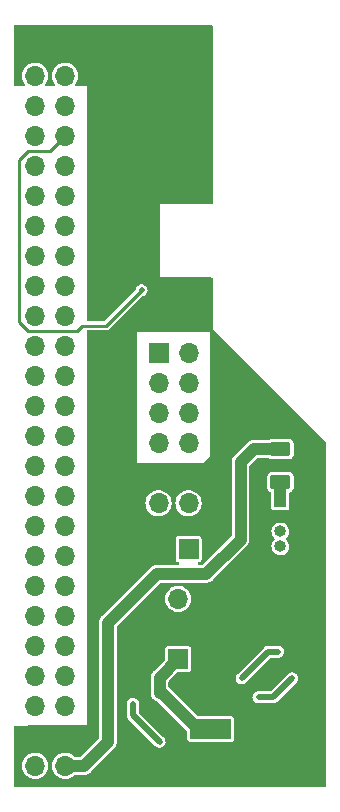
<source format=gbr>
%TF.GenerationSoftware,KiCad,Pcbnew,(6.0.4)*%
%TF.CreationDate,2023-05-23T13:29:09+09:00*%
%TF.ProjectId,BajieHeader,42616a69-6548-4656-9164-65722e6b6963,rev?*%
%TF.SameCoordinates,Original*%
%TF.FileFunction,Copper,L2,Bot*%
%TF.FilePolarity,Positive*%
%FSLAX46Y46*%
G04 Gerber Fmt 4.6, Leading zero omitted, Abs format (unit mm)*
G04 Created by KiCad (PCBNEW (6.0.4)) date 2023-05-23 13:29:09*
%MOMM*%
%LPD*%
G01*
G04 APERTURE LIST*
G04 Aperture macros list*
%AMRoundRect*
0 Rectangle with rounded corners*
0 $1 Rounding radius*
0 $2 $3 $4 $5 $6 $7 $8 $9 X,Y pos of 4 corners*
0 Add a 4 corners polygon primitive as box body*
4,1,4,$2,$3,$4,$5,$6,$7,$8,$9,$2,$3,0*
0 Add four circle primitives for the rounded corners*
1,1,$1+$1,$2,$3*
1,1,$1+$1,$4,$5*
1,1,$1+$1,$6,$7*
1,1,$1+$1,$8,$9*
0 Add four rect primitives between the rounded corners*
20,1,$1+$1,$2,$3,$4,$5,0*
20,1,$1+$1,$4,$5,$6,$7,0*
20,1,$1+$1,$6,$7,$8,$9,0*
20,1,$1+$1,$8,$9,$2,$3,0*%
G04 Aperture macros list end*
%TA.AperFunction,ComponentPad*%
%ADD10R,1.700000X1.700000*%
%TD*%
%TA.AperFunction,ComponentPad*%
%ADD11O,1.700000X1.700000*%
%TD*%
%TA.AperFunction,ComponentPad*%
%ADD12R,1.000000X1.000000*%
%TD*%
%TA.AperFunction,ComponentPad*%
%ADD13O,1.000000X1.000000*%
%TD*%
%TA.AperFunction,ComponentPad*%
%ADD14C,2.600000*%
%TD*%
%TA.AperFunction,ConnectorPad*%
%ADD15C,3.500000*%
%TD*%
%TA.AperFunction,SMDPad,CuDef*%
%ADD16RoundRect,0.250000X-0.625000X0.375000X-0.625000X-0.375000X0.625000X-0.375000X0.625000X0.375000X0*%
%TD*%
%TA.AperFunction,SMDPad,CuDef*%
%ADD17RoundRect,0.140000X0.219203X0.021213X0.021213X0.219203X-0.219203X-0.021213X-0.021213X-0.219203X0*%
%TD*%
%TA.AperFunction,SMDPad,CuDef*%
%ADD18RoundRect,0.225000X0.250000X-0.225000X0.250000X0.225000X-0.250000X0.225000X-0.250000X-0.225000X0*%
%TD*%
%TA.AperFunction,SMDPad,CuDef*%
%ADD19RoundRect,0.140000X-0.170000X0.140000X-0.170000X-0.140000X0.170000X-0.140000X0.170000X0.140000X0*%
%TD*%
%TA.AperFunction,ViaPad*%
%ADD20C,0.500000*%
%TD*%
%TA.AperFunction,ViaPad*%
%ADD21C,0.800000*%
%TD*%
%TA.AperFunction,Conductor*%
%ADD22C,1.000000*%
%TD*%
%TA.AperFunction,Conductor*%
%ADD23C,0.250000*%
%TD*%
%TA.AperFunction,Conductor*%
%ADD24C,0.500000*%
%TD*%
G04 APERTURE END LIST*
D10*
%TO.P,J1,1,Pin_1*%
%TO.N,GND*%
X78735000Y-57155000D03*
D11*
%TO.P,J1,2,Pin_2*%
X81275000Y-57155000D03*
%TO.P,J1,3,Pin_3*%
%TO.N,+2V5*%
X78735000Y-59695000D03*
%TO.P,J1,4,Pin_4*%
X81275000Y-59695000D03*
%TO.P,J1,5,Pin_5*%
%TO.N,/P20*%
X78735000Y-62235000D03*
%TO.P,J1,6,Pin_6*%
%TO.N,/N20*%
X81275000Y-62235000D03*
%TO.P,J1,7,Pin_7*%
%TO.N,/T19*%
X78735000Y-64775000D03*
%TO.P,J1,8,Pin_8*%
%TO.N,/R19*%
X81275000Y-64775000D03*
%TO.P,J1,9,Pin_9*%
%TO.N,/DB1N*%
X78735000Y-67315000D03*
%TO.P,J1,10,Pin_10*%
%TO.N,/DB1P*%
X81275000Y-67315000D03*
%TO.P,J1,11,Pin_11*%
%TO.N,/DB0N*%
X78735000Y-69855000D03*
%TO.P,J1,12,Pin_12*%
%TO.N,/DB0P*%
X81275000Y-69855000D03*
%TO.P,J1,13,Pin_13*%
%TO.N,/FCLKN*%
X78735000Y-72395000D03*
%TO.P,J1,14,Pin_14*%
%TO.N,/FCLKP*%
X81275000Y-72395000D03*
%TO.P,J1,15,Pin_15*%
%TO.N,/DCLKP*%
X78735000Y-74935000D03*
%TO.P,J1,16,Pin_16*%
%TO.N,/DCLKN*%
X81275000Y-74935000D03*
%TO.P,J1,17,Pin_17*%
%TO.N,/DA1P*%
X78735000Y-77475000D03*
%TO.P,J1,18,Pin_18*%
%TO.N,/DA1N*%
X81275000Y-77475000D03*
%TO.P,J1,19,Pin_19*%
%TO.N,/DA0P*%
X78735000Y-80015000D03*
%TO.P,J1,20,Pin_20*%
%TO.N,/DA0N*%
X81275000Y-80015000D03*
%TO.P,J1,21,Pin_21*%
%TO.N,/U18*%
X78735000Y-82555000D03*
%TO.P,J1,22,Pin_22*%
%TO.N,/U19*%
X81275000Y-82555000D03*
%TO.P,J1,23,Pin_23*%
%TO.N,/W18*%
X78735000Y-85095000D03*
%TO.P,J1,24,Pin_24*%
%TO.N,/W19*%
X81275000Y-85095000D03*
%TO.P,J1,25,Pin_25*%
%TO.N,/V17*%
X78735000Y-87635000D03*
%TO.P,J1,26,Pin_26*%
%TO.N,/V18*%
X81275000Y-87635000D03*
%TO.P,J1,27,Pin_27*%
%TO.N,/V16*%
X78735000Y-90175000D03*
%TO.P,J1,28,Pin_28*%
%TO.N,/W16*%
X81275000Y-90175000D03*
%TO.P,J1,29,Pin_29*%
%TO.N,/V15*%
X78735000Y-92715000D03*
%TO.P,J1,30,Pin_30*%
%TO.N,/W15*%
X81275000Y-92715000D03*
%TO.P,J1,31,Pin_31*%
%TO.N,/Y18*%
X78735000Y-95255000D03*
%TO.P,J1,32,Pin_32*%
%TO.N,/Y19*%
X81275000Y-95255000D03*
%TO.P,J1,33,Pin_33*%
%TO.N,/Y16*%
X78735000Y-97795000D03*
%TO.P,J1,34,Pin_34*%
%TO.N,/Y17*%
X81275000Y-97795000D03*
%TO.P,J1,35,Pin_35*%
%TO.N,/W14*%
X78735000Y-100335000D03*
%TO.P,J1,36,Pin_36*%
%TO.N,/Y14*%
X81275000Y-100335000D03*
%TO.P,J1,37,Pin_37*%
%TO.N,/T14*%
X78735000Y-102875000D03*
%TO.P,J1,38,Pin_38*%
%TO.N,/T15*%
X81275000Y-102875000D03*
%TO.P,J1,39,Pin_39*%
%TO.N,/P14*%
X78735000Y-105415000D03*
%TO.P,J1,40,Pin_40*%
%TO.N,/U14*%
X81275000Y-105415000D03*
%TO.P,J1,41,Pin_41*%
%TO.N,/V12*%
X78735000Y-107955000D03*
%TO.P,J1,42,Pin_42*%
%TO.N,/W13*%
X81275000Y-107955000D03*
%TO.P,J1,43,Pin_43*%
%TO.N,/T12*%
X78735000Y-110495000D03*
%TO.P,J1,44,Pin_44*%
%TO.N,/U12*%
X81275000Y-110495000D03*
%TO.P,J1,45,Pin_45*%
%TO.N,/T10*%
X78735000Y-113035000D03*
%TO.P,J1,46,Pin_46*%
%TO.N,/T11*%
X81275000Y-113035000D03*
%TO.P,J1,47,Pin_47*%
%TO.N,GND*%
X78735000Y-115575000D03*
%TO.P,J1,48,Pin_48*%
X81275000Y-115575000D03*
%TO.P,J1,49,Pin_49*%
%TO.N,+5V*%
X78735000Y-118115000D03*
%TO.P,J1,50,Pin_50*%
X81275000Y-118115000D03*
%TD*%
D10*
%TO.P,J7,1,Pin_1*%
%TO.N,+12V*%
X90855800Y-109067600D03*
D11*
%TO.P,J7,2,Pin_2*%
%TO.N,GND*%
X90855800Y-106527600D03*
%TO.P,J7,3,Pin_3*%
%TO.N,+3V8*%
X90855800Y-103987600D03*
%TD*%
D12*
%TO.P,J6,1,Pin_1*%
%TO.N,Net-(F1-Pad2)*%
X99517200Y-95732600D03*
D13*
%TO.P,J6,2,Pin_2*%
%TO.N,GND*%
X99517200Y-97002600D03*
%TO.P,J6,3,Pin_3*%
%TO.N,Net-(J6-Pad3)*%
X99517200Y-98272600D03*
%TO.P,J6,4,Pin_4*%
%TO.N,Net-(J6-Pad4)*%
X99517200Y-99542600D03*
%TD*%
D14*
%TO.P,H2,1,1*%
%TO.N,GND*%
X99771200Y-117221000D03*
D15*
X99771200Y-117221000D03*
%TD*%
D10*
%TO.P,J3,1,Pin_1*%
%TO.N,/F19*%
X89199800Y-83185000D03*
D11*
%TO.P,J3,2,Pin_2*%
%TO.N,/F20*%
X91739800Y-83185000D03*
%TO.P,J3,3,Pin_3*%
%TO.N,/CAN_R*%
X89199800Y-85725000D03*
%TO.P,J3,4,Pin_4*%
%TO.N,/CAN_T*%
X91739800Y-85725000D03*
%TO.P,J3,5,Pin_5*%
%TO.N,/H18*%
X89199800Y-88265000D03*
%TO.P,J3,6,Pin_6*%
%TO.N,/H20*%
X91739800Y-88265000D03*
%TO.P,J3,7,Pin_7*%
%TO.N,/J19*%
X89199800Y-90805000D03*
%TO.P,J3,8,Pin_8*%
%TO.N,/J20*%
X91739800Y-90805000D03*
%TO.P,J3,9,Pin_9*%
%TO.N,GND*%
X89199800Y-93345000D03*
%TO.P,J3,10,Pin_10*%
X91739800Y-93345000D03*
%TO.P,J3,11,Pin_11*%
%TO.N,+3V3*%
X89199800Y-95885000D03*
%TO.P,J3,12,Pin_12*%
X91739800Y-95885000D03*
%TD*%
D15*
%TO.P,H1,1,1*%
%TO.N,GND*%
X89433400Y-58902600D03*
D14*
X89433400Y-58902600D03*
%TD*%
D10*
%TO.P,J5,1,Pin_1*%
%TO.N,+3V3*%
X91744800Y-99745800D03*
D11*
%TO.P,J5,2,Pin_2*%
%TO.N,GND*%
X89204800Y-99745800D03*
%TD*%
D10*
%TO.P,J4,1,Pin_1*%
%TO.N,+12V*%
X94462600Y-115011200D03*
D11*
%TO.P,J4,2,Pin_2*%
%TO.N,GND*%
X94462600Y-117551200D03*
%TD*%
D16*
%TO.P,F1,1*%
%TO.N,+5V*%
X99517200Y-91284600D03*
%TO.P,F1,2*%
%TO.N,Net-(F1-Pad2)*%
X99517200Y-94084600D03*
%TD*%
D17*
%TO.P,C1,1*%
%TO.N,+5V*%
X84057811Y-116671411D03*
%TO.P,C1,2*%
%TO.N,GND*%
X83378989Y-115992589D03*
%TD*%
D18*
%TO.P,C2,1*%
%TO.N,GND*%
X92329000Y-116929200D03*
%TO.P,C2,2*%
%TO.N,+12V*%
X92329000Y-115379200D03*
%TD*%
D19*
%TO.P,C13,1*%
%TO.N,+5V*%
X97840800Y-91493400D03*
%TO.P,C13,2*%
%TO.N,GND*%
X97840800Y-92453400D03*
%TD*%
D20*
%TO.N,GND*%
X91262200Y-115849400D03*
X92964000Y-102870000D03*
X89484200Y-102870000D03*
X97459800Y-92532200D03*
X84505800Y-80213200D03*
X94615000Y-87757000D03*
X96951800Y-90322400D03*
X97434400Y-94386400D03*
X95783400Y-107238800D03*
X91871800Y-117373400D03*
X100126800Y-114020600D03*
X87604600Y-115468400D03*
X85902800Y-116001800D03*
X85902800Y-110337600D03*
X85902800Y-111912400D03*
D21*
%TO.N,+5V*%
X98729800Y-91389200D03*
D20*
%TO.N,GND*%
X88646000Y-69240400D03*
X84455000Y-65049400D03*
X83362800Y-81483200D03*
X93548200Y-70281800D03*
X91694000Y-69392800D03*
X89433400Y-70307200D03*
X85191600Y-117246400D03*
X95072200Y-106400600D03*
X91694000Y-80086200D03*
X95072200Y-108102400D03*
X88595200Y-67081400D03*
X86512400Y-117246400D03*
X96951800Y-108915200D03*
X100076000Y-89738200D03*
X91795600Y-112090200D03*
X91694000Y-67081400D03*
X89433400Y-77012800D03*
X96316800Y-106146600D03*
X88595200Y-78562200D03*
X99415600Y-113258600D03*
X91694000Y-77927200D03*
X88341200Y-113614200D03*
X93548200Y-77012800D03*
X98602800Y-109778800D03*
X86461600Y-114376200D03*
X88595200Y-80086200D03*
%TO.N,/R19*%
X87757000Y-77851000D03*
%TO.N,Net-(C6-Pad1)*%
X87020401Y-112854199D03*
X89281000Y-116075299D03*
%TO.N,Net-(C7-Pad1)*%
X96240600Y-110718600D03*
X99314000Y-108458000D03*
%TO.N,+12V*%
X89281000Y-111937800D03*
X100507800Y-110718600D03*
X97663000Y-112318800D03*
%TD*%
D22*
%TO.N,+5V*%
X97259600Y-91284600D02*
X99517200Y-91284600D01*
X96139000Y-92405200D02*
X97259600Y-91284600D01*
X96139000Y-98958400D02*
X96139000Y-92405200D01*
X84886800Y-106019600D02*
X89052400Y-101854000D01*
X84886800Y-116128800D02*
X84886800Y-106019600D01*
X89052400Y-101854000D02*
X93243400Y-101854000D01*
X82900600Y-118115000D02*
X84886800Y-116128800D01*
X81275000Y-118115000D02*
X82900600Y-118115000D01*
X93243400Y-101854000D02*
X96139000Y-98958400D01*
D23*
%TO.N,/R19*%
X80010000Y-66040000D02*
X81275000Y-64775000D01*
X77393800Y-66827400D02*
X78181200Y-66040000D01*
X78130400Y-81280000D02*
X77393800Y-80543400D01*
X78181200Y-66040000D02*
X80010000Y-66040000D01*
X82270600Y-81280000D02*
X78130400Y-81280000D01*
X84759800Y-80848200D02*
X82702400Y-80848200D01*
X77393800Y-80543400D02*
X77393800Y-66827400D01*
X87757000Y-77851000D02*
X84759800Y-80848200D01*
X82702400Y-80848200D02*
X82270600Y-81280000D01*
D22*
%TO.N,+12V*%
X89281000Y-110642400D02*
X90855800Y-109067600D01*
X89281000Y-111937800D02*
X89281000Y-110642400D01*
X92532200Y-115011200D02*
X94462600Y-115011200D01*
X89458800Y-111937800D02*
X92532200Y-115011200D01*
X89281000Y-111937800D02*
X89458800Y-111937800D01*
D24*
X98907600Y-112318800D02*
X97663000Y-112318800D01*
X100507800Y-110718600D02*
X98907600Y-112318800D01*
%TO.N,+5V*%
X97840800Y-91493400D02*
X99308400Y-91493400D01*
X99308400Y-91493400D02*
X99517200Y-91284600D01*
%TO.N,Net-(C6-Pad1)*%
X89281000Y-116075299D02*
X87020401Y-113814700D01*
X87020401Y-113814700D02*
X87020401Y-112854199D01*
%TO.N,Net-(C7-Pad1)*%
X99314000Y-108458000D02*
X98501200Y-108458000D01*
X98501200Y-108458000D02*
X96240600Y-110718600D01*
D22*
%TO.N,Net-(F1-Pad2)*%
X99517200Y-95732600D02*
X99517200Y-94084600D01*
%TD*%
%TA.AperFunction,Conductor*%
%TO.N,+12V*%
G36*
X95242921Y-114193002D02*
G01*
X95289414Y-114246658D01*
X95300800Y-114299000D01*
X95300800Y-115723400D01*
X95280798Y-115791521D01*
X95227142Y-115838014D01*
X95174800Y-115849400D01*
X91972400Y-115849400D01*
X91904279Y-115829398D01*
X91857786Y-115775742D01*
X91846400Y-115723400D01*
X91846400Y-114299000D01*
X91866402Y-114230879D01*
X91920058Y-114184386D01*
X91972400Y-114173000D01*
X95174800Y-114173000D01*
X95242921Y-114193002D01*
G37*
%TD.AperFunction*%
%TD*%
%TA.AperFunction,Conductor*%
%TO.N,GND*%
G36*
X93743821Y-55392502D02*
G01*
X93790314Y-55446158D01*
X93801700Y-55498500D01*
X93801700Y-70435200D01*
X93781698Y-70503321D01*
X93728042Y-70549814D01*
X93675700Y-70561200D01*
X89281000Y-70561200D01*
X89281000Y-76758800D01*
X93675700Y-76758800D01*
X93743821Y-76778802D01*
X93790314Y-76832458D01*
X93801700Y-76884800D01*
X93801700Y-80988275D01*
X93799246Y-81013019D01*
X93796715Y-81025656D01*
X93801700Y-81050893D01*
X93801700Y-81051067D01*
X93801798Y-81051561D01*
X93801799Y-81051566D01*
X93806606Y-81075734D01*
X93806639Y-81075897D01*
X93813892Y-81112614D01*
X93816335Y-81124984D01*
X93816432Y-81125129D01*
X93816466Y-81125301D01*
X93823380Y-81135648D01*
X93823381Y-81135651D01*
X93844417Y-81167132D01*
X93844509Y-81167271D01*
X93858024Y-81187555D01*
X93858302Y-81187972D01*
X93858423Y-81188093D01*
X93872716Y-81209484D01*
X93883032Y-81216377D01*
X93883436Y-81216647D01*
X93902647Y-81232434D01*
X103340402Y-90695223D01*
X103340713Y-90695535D01*
X103374656Y-90757892D01*
X103377500Y-90784512D01*
X103377500Y-119761500D01*
X103357498Y-119829621D01*
X103303842Y-119876114D01*
X103251500Y-119887500D01*
X77088500Y-119887500D01*
X77020379Y-119867498D01*
X76973886Y-119813842D01*
X76962500Y-119761500D01*
X76962500Y-118085964D01*
X77626148Y-118085964D01*
X77639424Y-118288522D01*
X77640845Y-118294118D01*
X77640846Y-118294123D01*
X77661119Y-118373945D01*
X77689392Y-118485269D01*
X77691809Y-118490512D01*
X77729010Y-118571208D01*
X77774377Y-118669616D01*
X77794271Y-118697766D01*
X77887358Y-118829481D01*
X77891533Y-118835389D01*
X77895675Y-118839424D01*
X77931347Y-118874174D01*
X78036938Y-118977035D01*
X78205720Y-119089812D01*
X78211023Y-119092090D01*
X78211026Y-119092092D01*
X78299707Y-119130192D01*
X78392228Y-119169942D01*
X78465244Y-119186464D01*
X78584579Y-119213467D01*
X78584584Y-119213468D01*
X78590216Y-119214742D01*
X78595987Y-119214969D01*
X78595989Y-119214969D01*
X78655756Y-119217317D01*
X78793053Y-119222712D01*
X78893499Y-119208148D01*
X78988231Y-119194413D01*
X78988236Y-119194412D01*
X78993945Y-119193584D01*
X78999409Y-119191729D01*
X78999414Y-119191728D01*
X79180693Y-119130192D01*
X79180698Y-119130190D01*
X79186165Y-119128334D01*
X79363276Y-119029147D01*
X79425934Y-118977035D01*
X79514913Y-118903031D01*
X79519345Y-118899345D01*
X79602471Y-118799398D01*
X79645453Y-118747718D01*
X79645455Y-118747715D01*
X79649147Y-118743276D01*
X79748334Y-118566165D01*
X79750190Y-118560698D01*
X79750192Y-118560693D01*
X79811728Y-118379414D01*
X79811729Y-118379409D01*
X79813584Y-118373945D01*
X79814412Y-118368236D01*
X79814413Y-118368231D01*
X79842179Y-118176727D01*
X79842712Y-118173053D01*
X79844232Y-118115000D01*
X79841564Y-118085964D01*
X80166148Y-118085964D01*
X80179424Y-118288522D01*
X80180845Y-118294118D01*
X80180846Y-118294123D01*
X80201119Y-118373945D01*
X80229392Y-118485269D01*
X80231809Y-118490512D01*
X80269010Y-118571208D01*
X80314377Y-118669616D01*
X80334271Y-118697766D01*
X80427358Y-118829481D01*
X80431533Y-118835389D01*
X80435675Y-118839424D01*
X80471347Y-118874174D01*
X80576938Y-118977035D01*
X80745720Y-119089812D01*
X80751023Y-119092090D01*
X80751026Y-119092092D01*
X80839707Y-119130192D01*
X80932228Y-119169942D01*
X81005244Y-119186464D01*
X81124579Y-119213467D01*
X81124584Y-119213468D01*
X81130216Y-119214742D01*
X81135987Y-119214969D01*
X81135989Y-119214969D01*
X81195756Y-119217317D01*
X81333053Y-119222712D01*
X81433499Y-119208148D01*
X81528231Y-119194413D01*
X81528236Y-119194412D01*
X81533945Y-119193584D01*
X81539409Y-119191729D01*
X81539414Y-119191728D01*
X81720693Y-119130192D01*
X81720698Y-119130190D01*
X81726165Y-119128334D01*
X81903276Y-119029147D01*
X81965934Y-118977035D01*
X82059345Y-118899345D01*
X82060945Y-118901269D01*
X82113851Y-118872379D01*
X82140634Y-118869500D01*
X82833835Y-118869500D01*
X82852785Y-118870933D01*
X82866855Y-118873074D01*
X82866859Y-118873074D01*
X82874089Y-118874174D01*
X82881380Y-118873581D01*
X82881383Y-118873581D01*
X82926448Y-118869915D01*
X82936663Y-118869500D01*
X82944653Y-118869500D01*
X82951902Y-118868655D01*
X82972713Y-118866229D01*
X82977087Y-118865796D01*
X83042149Y-118860504D01*
X83042152Y-118860503D01*
X83049447Y-118859910D01*
X83056409Y-118857655D01*
X83062277Y-118856482D01*
X83068084Y-118855110D01*
X83075354Y-118854262D01*
X83143660Y-118829468D01*
X83147763Y-118828060D01*
X83216822Y-118805688D01*
X83223079Y-118801891D01*
X83228526Y-118799398D01*
X83233854Y-118796730D01*
X83240734Y-118794232D01*
X83301449Y-118754426D01*
X83305159Y-118752085D01*
X83362438Y-118717327D01*
X83362440Y-118717325D01*
X83367233Y-118714417D01*
X83375574Y-118707051D01*
X83375596Y-118707076D01*
X83378641Y-118704376D01*
X83381746Y-118701780D01*
X83387868Y-118697766D01*
X83440816Y-118641873D01*
X83443193Y-118639432D01*
X85373101Y-116709523D01*
X85387512Y-116697138D01*
X85404871Y-116684363D01*
X85438889Y-116644321D01*
X85445819Y-116636805D01*
X85451462Y-116631162D01*
X85468994Y-116609002D01*
X85471770Y-116605616D01*
X85490299Y-116583807D01*
X85518782Y-116550280D01*
X85522111Y-116543760D01*
X85525431Y-116538782D01*
X85528564Y-116533709D01*
X85533107Y-116527967D01*
X85563853Y-116462183D01*
X85565784Y-116458233D01*
X85595464Y-116400107D01*
X85598793Y-116393588D01*
X85600533Y-116386478D01*
X85602623Y-116380858D01*
X85604503Y-116375207D01*
X85607601Y-116368578D01*
X85622387Y-116297486D01*
X85623356Y-116293205D01*
X85630266Y-116264969D01*
X85640611Y-116222692D01*
X85641300Y-116211586D01*
X85641334Y-116211588D01*
X85641577Y-116207529D01*
X85641937Y-116203495D01*
X85643428Y-116196327D01*
X85641346Y-116119385D01*
X85641300Y-116115977D01*
X85641300Y-112847972D01*
X86510751Y-112847972D01*
X86511915Y-112856874D01*
X86511915Y-112856877D01*
X86514837Y-112879218D01*
X86515901Y-112895556D01*
X86515901Y-113744076D01*
X86514560Y-113756081D01*
X86515056Y-113756121D01*
X86514336Y-113765068D01*
X86512355Y-113773824D01*
X86512911Y-113782784D01*
X86515659Y-113827082D01*
X86515901Y-113834884D01*
X86515901Y-113850926D01*
X86516536Y-113855357D01*
X86516536Y-113855362D01*
X86517366Y-113861153D01*
X86518397Y-113871214D01*
X86521303Y-113918059D01*
X86524350Y-113926499D01*
X86525031Y-113929789D01*
X86528983Y-113945638D01*
X86529928Y-113948868D01*
X86531200Y-113957752D01*
X86534915Y-113965923D01*
X86550619Y-114000463D01*
X86554431Y-114009828D01*
X86567323Y-114045537D01*
X86567325Y-114045540D01*
X86570373Y-114053984D01*
X86575669Y-114061233D01*
X86577241Y-114064190D01*
X86585494Y-114078314D01*
X86587299Y-114081137D01*
X86591013Y-114089305D01*
X86611934Y-114113584D01*
X86621644Y-114124853D01*
X86627926Y-114132764D01*
X86635874Y-114143644D01*
X86646736Y-114154506D01*
X86653094Y-114161352D01*
X86685345Y-114198782D01*
X86692880Y-114203666D01*
X86699452Y-114209399D01*
X86710856Y-114218626D01*
X88904654Y-116412424D01*
X88912010Y-116420443D01*
X88935502Y-116448391D01*
X88935505Y-116448394D01*
X88941276Y-116455259D01*
X88948744Y-116460231D01*
X88948745Y-116460231D01*
X88986770Y-116485543D01*
X88992514Y-116489603D01*
X89036236Y-116522370D01*
X89044643Y-116525521D01*
X89049291Y-116528066D01*
X89054097Y-116530358D01*
X89061574Y-116535336D01*
X89113743Y-116551635D01*
X89120372Y-116553910D01*
X89171552Y-116573097D01*
X89180506Y-116573762D01*
X89185700Y-116574904D01*
X89190939Y-116575753D01*
X89199510Y-116578431D01*
X89208484Y-116578595D01*
X89208487Y-116578596D01*
X89233738Y-116579058D01*
X89254156Y-116579433D01*
X89261174Y-116579758D01*
X89306714Y-116583143D01*
X89306723Y-116583142D01*
X89315667Y-116583807D01*
X89324444Y-116581934D01*
X89329732Y-116581573D01*
X89335017Y-116580915D01*
X89343998Y-116581079D01*
X89352661Y-116578717D01*
X89352663Y-116578717D01*
X89396712Y-116566708D01*
X89403548Y-116565047D01*
X89406700Y-116564374D01*
X89456994Y-116553638D01*
X89464895Y-116549375D01*
X89469887Y-116547538D01*
X89474760Y-116545429D01*
X89483422Y-116543068D01*
X89507855Y-116528066D01*
X89529989Y-116514476D01*
X89536084Y-116510965D01*
X89576271Y-116489281D01*
X89576275Y-116489278D01*
X89584174Y-116485016D01*
X89590558Y-116478709D01*
X89594815Y-116475559D01*
X89598920Y-116472151D01*
X89606572Y-116467453D01*
X89612598Y-116460795D01*
X89612601Y-116460793D01*
X89643241Y-116426943D01*
X89648106Y-116421860D01*
X89680596Y-116389765D01*
X89680598Y-116389763D01*
X89686982Y-116383456D01*
X89691341Y-116375610D01*
X89694552Y-116371379D01*
X89697526Y-116366970D01*
X89703551Y-116360313D01*
X89727374Y-116311142D01*
X89730614Y-116304904D01*
X89752796Y-116264969D01*
X89757153Y-116257125D01*
X89759133Y-116248374D01*
X89761033Y-116243399D01*
X89762650Y-116238331D01*
X89766560Y-116230261D01*
X89775630Y-116176351D01*
X89776986Y-116169477D01*
X89789046Y-116116176D01*
X89788490Y-116107216D01*
X89789179Y-116098653D01*
X89789334Y-116097405D01*
X89789294Y-116097401D01*
X89789729Y-116092547D01*
X89790536Y-116087752D01*
X89790688Y-116075299D01*
X89787291Y-116051577D01*
X89784035Y-116028842D01*
X89783004Y-116018782D01*
X89780654Y-115980900D01*
X89780654Y-115980898D01*
X89780098Y-115971941D01*
X89777051Y-115963500D01*
X89776372Y-115960222D01*
X89772416Y-115944354D01*
X89771473Y-115941130D01*
X89770201Y-115932247D01*
X89766487Y-115924078D01*
X89766485Y-115924072D01*
X89750775Y-115889520D01*
X89746961Y-115880151D01*
X89738853Y-115857691D01*
X89731028Y-115836015D01*
X89725731Y-115828765D01*
X89724154Y-115825798D01*
X89715907Y-115811685D01*
X89714102Y-115808862D01*
X89710388Y-115800694D01*
X89679753Y-115765141D01*
X89673475Y-115757235D01*
X89665527Y-115746355D01*
X89654665Y-115735493D01*
X89648307Y-115728646D01*
X89621915Y-115698017D01*
X89616056Y-115691217D01*
X89608521Y-115686333D01*
X89601949Y-115680600D01*
X89590545Y-115671373D01*
X87561806Y-113642634D01*
X87527780Y-113580322D01*
X87524901Y-113553539D01*
X87524901Y-112907112D01*
X87526647Y-112886207D01*
X87529130Y-112871446D01*
X87529937Y-112866652D01*
X87530089Y-112854199D01*
X87520404Y-112786569D01*
X87517281Y-112764763D01*
X87510875Y-112720034D01*
X87510875Y-112720033D01*
X87509602Y-112711147D01*
X87449789Y-112579594D01*
X87443931Y-112572795D01*
X87443928Y-112572791D01*
X87361317Y-112476917D01*
X87361314Y-112476915D01*
X87355457Y-112470117D01*
X87276504Y-112418942D01*
X87241725Y-112396399D01*
X87241723Y-112396398D01*
X87234191Y-112391516D01*
X87167006Y-112371423D01*
X87104339Y-112352681D01*
X87104337Y-112352681D01*
X87095738Y-112350109D01*
X87086764Y-112350054D01*
X87086762Y-112350054D01*
X87023483Y-112349668D01*
X86951228Y-112349227D01*
X86942597Y-112351694D01*
X86942595Y-112351694D01*
X86820910Y-112386471D01*
X86820906Y-112386473D01*
X86812280Y-112388938D01*
X86804693Y-112393725D01*
X86804691Y-112393726D01*
X86744790Y-112431521D01*
X86690062Y-112466052D01*
X86684119Y-112472781D01*
X86684118Y-112472782D01*
X86629600Y-112534512D01*
X86594400Y-112574369D01*
X86590586Y-112582492D01*
X86590585Y-112582494D01*
X86565204Y-112636555D01*
X86532984Y-112705181D01*
X86531604Y-112714045D01*
X86531603Y-112714048D01*
X86514384Y-112824641D01*
X86510751Y-112847972D01*
X85641300Y-112847972D01*
X85641300Y-111978880D01*
X88522476Y-111978880D01*
X88523716Y-111986095D01*
X88523716Y-111986100D01*
X88533337Y-112042091D01*
X88534309Y-112048836D01*
X88541738Y-112112554D01*
X88544235Y-112119434D01*
X88544236Y-112119437D01*
X88544940Y-112121376D01*
X88550682Y-112143032D01*
X88552271Y-112152277D01*
X88555137Y-112159011D01*
X88555137Y-112159013D01*
X88577383Y-112211295D01*
X88579881Y-112217636D01*
X88601768Y-112277934D01*
X88605781Y-112284056D01*
X88605783Y-112284059D01*
X88606915Y-112285786D01*
X88617480Y-112305531D01*
X88618288Y-112307429D01*
X88621156Y-112314168D01*
X88625493Y-112320062D01*
X88625494Y-112320063D01*
X88659173Y-112365828D01*
X88663061Y-112371423D01*
X88694217Y-112418942D01*
X88694220Y-112418945D01*
X88698234Y-112425068D01*
X88703551Y-112430105D01*
X88703552Y-112430106D01*
X88705045Y-112431521D01*
X88719871Y-112448307D01*
X88725437Y-112455871D01*
X88731015Y-112460610D01*
X88731017Y-112460612D01*
X88774322Y-112497402D01*
X88779395Y-112501954D01*
X88820641Y-112541026D01*
X88820644Y-112541029D01*
X88825960Y-112546064D01*
X88832291Y-112549741D01*
X88834069Y-112550774D01*
X88852367Y-112563705D01*
X88853941Y-112565043D01*
X88853945Y-112565046D01*
X88859520Y-112569782D01*
X88916635Y-112598946D01*
X88922621Y-112602210D01*
X88971762Y-112630754D01*
X88971770Y-112630757D01*
X88978096Y-112634432D01*
X88985097Y-112636553D01*
X88985103Y-112636555D01*
X88987082Y-112637154D01*
X89007853Y-112645525D01*
X89009691Y-112646464D01*
X89009696Y-112646466D01*
X89016212Y-112649793D01*
X89078527Y-112665042D01*
X89085085Y-112666836D01*
X89093076Y-112669256D01*
X89106101Y-112673201D01*
X89158671Y-112704696D01*
X90360677Y-113906701D01*
X91549995Y-115096019D01*
X91584020Y-115158331D01*
X91586900Y-115185114D01*
X91586900Y-115723400D01*
X91587260Y-115726746D01*
X91587260Y-115726751D01*
X91590976Y-115761310D01*
X91592830Y-115778559D01*
X91604216Y-115830901D01*
X91604661Y-115832523D01*
X91604662Y-115832527D01*
X91609480Y-115850088D01*
X91611566Y-115857691D01*
X91615467Y-115864542D01*
X91615468Y-115864544D01*
X91649366Y-115924072D01*
X91661669Y-115945678D01*
X91708162Y-115999334D01*
X91741451Y-116031456D01*
X91831170Y-116078387D01*
X91837106Y-116080130D01*
X91894968Y-116097120D01*
X91894972Y-116097121D01*
X91899291Y-116098389D01*
X91903739Y-116099029D01*
X91903746Y-116099030D01*
X91967952Y-116108261D01*
X91967959Y-116108261D01*
X91972400Y-116108900D01*
X93540937Y-116108900D01*
X93565518Y-116111321D01*
X93587533Y-116115700D01*
X94462458Y-116115700D01*
X95337666Y-116115699D01*
X95375063Y-116108261D01*
X95399726Y-116103356D01*
X95399728Y-116103355D01*
X95411901Y-116100934D01*
X95422221Y-116094039D01*
X95422222Y-116094038D01*
X95485768Y-116051577D01*
X95496084Y-116044684D01*
X95552334Y-115960501D01*
X95567100Y-115886267D01*
X95567099Y-114136134D01*
X95552334Y-114061899D01*
X95496084Y-113977716D01*
X95453328Y-113949147D01*
X95422220Y-113928361D01*
X95411901Y-113921466D01*
X95337667Y-113906700D01*
X94462742Y-113906700D01*
X93587534Y-113906701D01*
X93568061Y-113910574D01*
X93565522Y-113911079D01*
X93540943Y-113913500D01*
X92553714Y-113913500D01*
X92485593Y-113893498D01*
X92464619Y-113876595D01*
X90900597Y-112312573D01*
X97153350Y-112312573D01*
X97157146Y-112341595D01*
X97158207Y-112358691D01*
X97158028Y-112387973D01*
X97160495Y-112396604D01*
X97160495Y-112396606D01*
X97165008Y-112412397D01*
X97168795Y-112430683D01*
X97172088Y-112455865D01*
X97175702Y-112464079D01*
X97175704Y-112464085D01*
X97183874Y-112482652D01*
X97189694Y-112498774D01*
X97195271Y-112518289D01*
X97195274Y-112518296D01*
X97197739Y-112526921D01*
X97202527Y-112534509D01*
X97202528Y-112534512D01*
X97211291Y-112548400D01*
X97220059Y-112564889D01*
X97230289Y-112588139D01*
X97236063Y-112595009D01*
X97236065Y-112595011D01*
X97249128Y-112610552D01*
X97259236Y-112624387D01*
X97274853Y-112649139D01*
X97293888Y-112665950D01*
X97306926Y-112679310D01*
X97317503Y-112691893D01*
X97317506Y-112691895D01*
X97323276Y-112698760D01*
X97347650Y-112714985D01*
X97361225Y-112725420D01*
X97383170Y-112744801D01*
X97406165Y-112755597D01*
X97422431Y-112764763D01*
X97443574Y-112778837D01*
X97462564Y-112784770D01*
X97471516Y-112787567D01*
X97487482Y-112793776D01*
X97513982Y-112806217D01*
X97522845Y-112807597D01*
X97522851Y-112807599D01*
X97539078Y-112810126D01*
X97557258Y-112814357D01*
X97572940Y-112819256D01*
X97572949Y-112819257D01*
X97581510Y-112821932D01*
X97590476Y-112822096D01*
X97590480Y-112822097D01*
X97616294Y-112822570D01*
X97620211Y-112822757D01*
X97623697Y-112823300D01*
X97654992Y-112823300D01*
X97657301Y-112823321D01*
X97725998Y-112824580D01*
X97729779Y-112823549D01*
X97733796Y-112823300D01*
X98836976Y-112823300D01*
X98848981Y-112824641D01*
X98849021Y-112824145D01*
X98857968Y-112824865D01*
X98866724Y-112826846D01*
X98919982Y-112823542D01*
X98927784Y-112823300D01*
X98943826Y-112823300D01*
X98948257Y-112822665D01*
X98948262Y-112822665D01*
X98952287Y-112822088D01*
X98954057Y-112821835D01*
X98964114Y-112820804D01*
X98986576Y-112819411D01*
X99002000Y-112818454D01*
X99002002Y-112818454D01*
X99010959Y-112817898D01*
X99019399Y-112814851D01*
X99022689Y-112814170D01*
X99038538Y-112810218D01*
X99041768Y-112809273D01*
X99050652Y-112808001D01*
X99062962Y-112802404D01*
X99093363Y-112788582D01*
X99102728Y-112784770D01*
X99138437Y-112771878D01*
X99138440Y-112771876D01*
X99146884Y-112768828D01*
X99154133Y-112763532D01*
X99157090Y-112761960D01*
X99171214Y-112753707D01*
X99174037Y-112751902D01*
X99182205Y-112748188D01*
X99189002Y-112742331D01*
X99189004Y-112742330D01*
X99208622Y-112725425D01*
X99217758Y-112717553D01*
X99225664Y-112711275D01*
X99236544Y-112703327D01*
X99247406Y-112692465D01*
X99254253Y-112686107D01*
X99270452Y-112672149D01*
X99291682Y-112653856D01*
X99296566Y-112646321D01*
X99302299Y-112639749D01*
X99311526Y-112628345D01*
X100813916Y-111125954D01*
X100822527Y-111118104D01*
X100825724Y-111115450D01*
X100833372Y-111110754D01*
X100871902Y-111068187D01*
X100876222Y-111063648D01*
X100890151Y-111049719D01*
X100894031Y-111044542D01*
X100901442Y-111035552D01*
X100924326Y-111010270D01*
X100930351Y-111003614D01*
X100934265Y-110995535D01*
X100934267Y-110995532D01*
X100935383Y-110993228D01*
X100947949Y-110972599D01*
X100954871Y-110963364D01*
X100961319Y-110946165D01*
X100969990Y-110923034D01*
X100974580Y-110912325D01*
X100989446Y-110881641D01*
X100989447Y-110881639D01*
X100993360Y-110873562D01*
X100995274Y-110862185D01*
X101001546Y-110838858D01*
X101002448Y-110836452D01*
X101005599Y-110828048D01*
X101008791Y-110785091D01*
X101010191Y-110773523D01*
X101016530Y-110735847D01*
X101016531Y-110735840D01*
X101017336Y-110731053D01*
X101017488Y-110718600D01*
X101016799Y-110713787D01*
X101016482Y-110708927D01*
X101016753Y-110708909D01*
X101016512Y-110701823D01*
X101016254Y-110701841D01*
X101015643Y-110692880D01*
X101016308Y-110683933D01*
X101013019Y-110668522D01*
X101005702Y-110634248D01*
X101004199Y-110625807D01*
X100998274Y-110584436D01*
X100998274Y-110584435D01*
X100997001Y-110575548D01*
X100993287Y-110567378D01*
X100990919Y-110559280D01*
X100988013Y-110551381D01*
X100986139Y-110542606D01*
X100962015Y-110497896D01*
X100958210Y-110490231D01*
X100937188Y-110443995D01*
X100931328Y-110437194D01*
X100926783Y-110430087D01*
X100921779Y-110423325D01*
X100917517Y-110415426D01*
X100881822Y-110379292D01*
X100876018Y-110373004D01*
X100842856Y-110334518D01*
X100835325Y-110329636D01*
X100828963Y-110324087D01*
X100822263Y-110319001D01*
X100815957Y-110312618D01*
X100771549Y-110287952D01*
X100764200Y-110283536D01*
X100729120Y-110260798D01*
X100721590Y-110255917D01*
X100712988Y-110253344D01*
X100705326Y-110249804D01*
X100697473Y-110246805D01*
X100689626Y-110242447D01*
X100640086Y-110231237D01*
X100631794Y-110229061D01*
X100591739Y-110217082D01*
X100591735Y-110217081D01*
X100583137Y-110214510D01*
X100574164Y-110214455D01*
X100565837Y-110213211D01*
X100557434Y-110212535D01*
X100548677Y-110210553D01*
X100497983Y-110213698D01*
X100489420Y-110213938D01*
X100438627Y-110213628D01*
X100429995Y-110216095D01*
X100421661Y-110217237D01*
X100413408Y-110218946D01*
X100404442Y-110219502D01*
X100356665Y-110236750D01*
X100348510Y-110239383D01*
X100308309Y-110250872D01*
X100308306Y-110250873D01*
X100299679Y-110253339D01*
X100292088Y-110258128D01*
X100284414Y-110261561D01*
X100276965Y-110265522D01*
X100268516Y-110268572D01*
X100261266Y-110273869D01*
X100261265Y-110273869D01*
X100227504Y-110298533D01*
X100220413Y-110303352D01*
X100194274Y-110319845D01*
X100177461Y-110330453D01*
X100142129Y-110370459D01*
X100136783Y-110376146D01*
X98735534Y-111777395D01*
X98673222Y-111811421D01*
X98646439Y-111814300D01*
X97671602Y-111814300D01*
X97670833Y-111814298D01*
X97593827Y-111813828D01*
X97585197Y-111816294D01*
X97585193Y-111816295D01*
X97565680Y-111821872D01*
X97548919Y-111825450D01*
X97519948Y-111829599D01*
X97511771Y-111833317D01*
X97496835Y-111840108D01*
X97479306Y-111846558D01*
X97463507Y-111851073D01*
X97463506Y-111851074D01*
X97454879Y-111853539D01*
X97431796Y-111868104D01*
X97430123Y-111869159D01*
X97415040Y-111877297D01*
X97403313Y-111882630D01*
X97388395Y-111889412D01*
X97381591Y-111895275D01*
X97381589Y-111895276D01*
X97369153Y-111905991D01*
X97354142Y-111917099D01*
X97340255Y-111925861D01*
X97340253Y-111925863D01*
X97332661Y-111930653D01*
X97313286Y-111952592D01*
X97301093Y-111964637D01*
X97278918Y-111983744D01*
X97274035Y-111991278D01*
X97265104Y-112005056D01*
X97253816Y-112019928D01*
X97236999Y-112038970D01*
X97233184Y-112047096D01*
X97224559Y-112065465D01*
X97216238Y-112080444D01*
X97205200Y-112097474D01*
X97205196Y-112097482D01*
X97200317Y-112105010D01*
X97193038Y-112129349D01*
X97186379Y-112146787D01*
X97175583Y-112169782D01*
X97174203Y-112178648D01*
X97174202Y-112178650D01*
X97171081Y-112198697D01*
X97167298Y-112215415D01*
X97158910Y-112243463D01*
X97158855Y-112252436D01*
X97158855Y-112252438D01*
X97158755Y-112268864D01*
X97157257Y-112287480D01*
X97154731Y-112303700D01*
X97154731Y-112303704D01*
X97153350Y-112312573D01*
X90900597Y-112312573D01*
X90072405Y-111484381D01*
X90038379Y-111422069D01*
X90035500Y-111395286D01*
X90035500Y-111007115D01*
X90055502Y-110938994D01*
X90072405Y-110918020D01*
X90278052Y-110712373D01*
X95730950Y-110712373D01*
X95732114Y-110721274D01*
X95732073Y-110724657D01*
X95732528Y-110740945D01*
X95732758Y-110744320D01*
X95732093Y-110753267D01*
X95733966Y-110762040D01*
X95733966Y-110762044D01*
X95741892Y-110799173D01*
X95743604Y-110809139D01*
X95747490Y-110838858D01*
X95749688Y-110855665D01*
X95753303Y-110863880D01*
X95754207Y-110867119D01*
X95759226Y-110882658D01*
X95760386Y-110885812D01*
X95762261Y-110894594D01*
X95784549Y-110935902D01*
X95788986Y-110944978D01*
X95807889Y-110987939D01*
X95813665Y-110994810D01*
X95815438Y-110997659D01*
X95824637Y-111011194D01*
X95826622Y-111013876D01*
X95830883Y-111021774D01*
X95837187Y-111028155D01*
X95837191Y-111028161D01*
X95863869Y-111055166D01*
X95870666Y-111062621D01*
X95900876Y-111098560D01*
X95908352Y-111103536D01*
X95910851Y-111105771D01*
X95923454Y-111116160D01*
X95926132Y-111118193D01*
X95932444Y-111124582D01*
X95972804Y-111147000D01*
X95973466Y-111147368D01*
X95982099Y-111152628D01*
X96013695Y-111173660D01*
X96013702Y-111173664D01*
X96021174Y-111178637D01*
X96029749Y-111181316D01*
X96032785Y-111182764D01*
X96047791Y-111189196D01*
X96050925Y-111190393D01*
X96058775Y-111194753D01*
X96067530Y-111196734D01*
X96104539Y-111205108D01*
X96114306Y-111207734D01*
X96126613Y-111211579D01*
X96159110Y-111221732D01*
X96168087Y-111221897D01*
X96171399Y-111222433D01*
X96187617Y-111224396D01*
X96190972Y-111224666D01*
X96199724Y-111226646D01*
X96225276Y-111225061D01*
X96246554Y-111223741D01*
X96256663Y-111223520D01*
X96294621Y-111224216D01*
X96294625Y-111224216D01*
X96303598Y-111224380D01*
X96312260Y-111222019D01*
X96315587Y-111221604D01*
X96331704Y-111218936D01*
X96334998Y-111218254D01*
X96343959Y-111217698D01*
X96388102Y-111201762D01*
X96397729Y-111198718D01*
X96434360Y-111188731D01*
X96434364Y-111188729D01*
X96443022Y-111186369D01*
X96450668Y-111181674D01*
X96453735Y-111180347D01*
X96468456Y-111173262D01*
X96471435Y-111171678D01*
X96479884Y-111168628D01*
X96517791Y-111140936D01*
X96526174Y-111135313D01*
X96536555Y-111128939D01*
X96566172Y-111110754D01*
X96604693Y-111068197D01*
X96609013Y-111063658D01*
X98673266Y-108999405D01*
X98735578Y-108965379D01*
X98762361Y-108962500D01*
X99305992Y-108962500D01*
X99308301Y-108962521D01*
X99376998Y-108963780D01*
X99408971Y-108955063D01*
X99424252Y-108951898D01*
X99457052Y-108947201D01*
X99465223Y-108943486D01*
X99465226Y-108943485D01*
X99476637Y-108938296D01*
X99495649Y-108931432D01*
X99501592Y-108929812D01*
X99516422Y-108925769D01*
X99544666Y-108908427D01*
X99558442Y-108901103D01*
X99580428Y-108891107D01*
X99580435Y-108891103D01*
X99588605Y-108887388D01*
X99604911Y-108873338D01*
X99621228Y-108861418D01*
X99631921Y-108854852D01*
X99631922Y-108854851D01*
X99639572Y-108850154D01*
X99661817Y-108825578D01*
X99672977Y-108814688D01*
X99691280Y-108798917D01*
X99698082Y-108793056D01*
X99702966Y-108785522D01*
X99702968Y-108785519D01*
X99709786Y-108775000D01*
X99722103Y-108758977D01*
X99730524Y-108749673D01*
X99730525Y-108749672D01*
X99736551Y-108743014D01*
X99740467Y-108734932D01*
X99751002Y-108713188D01*
X99758662Y-108699594D01*
X99771797Y-108679329D01*
X99771799Y-108679326D01*
X99776683Y-108671790D01*
X99782853Y-108651161D01*
X99790176Y-108632331D01*
X99795645Y-108621043D01*
X99795645Y-108621042D01*
X99799560Y-108612962D01*
X99805057Y-108580286D01*
X99808594Y-108565087D01*
X99818090Y-108533337D01*
X99818221Y-108511813D01*
X99819966Y-108491675D01*
X99822729Y-108475255D01*
X99822730Y-108475243D01*
X99823536Y-108470453D01*
X99823688Y-108458000D01*
X99820088Y-108432860D01*
X99818817Y-108414232D01*
X99818917Y-108397802D01*
X99818972Y-108388827D01*
X99816506Y-108380197D01*
X99816505Y-108380193D01*
X99810928Y-108360680D01*
X99807350Y-108343919D01*
X99804474Y-108323840D01*
X99803201Y-108314948D01*
X99792692Y-108291835D01*
X99786242Y-108274306D01*
X99781727Y-108258507D01*
X99781726Y-108258506D01*
X99779261Y-108249879D01*
X99763641Y-108225123D01*
X99755503Y-108210040D01*
X99747543Y-108192534D01*
X99743388Y-108183395D01*
X99737524Y-108176589D01*
X99726809Y-108164153D01*
X99715701Y-108149142D01*
X99706939Y-108135255D01*
X99706937Y-108135253D01*
X99702147Y-108127661D01*
X99680204Y-108108282D01*
X99668163Y-108096093D01*
X99649056Y-108073918D01*
X99627744Y-108060104D01*
X99612872Y-108048816D01*
X99600558Y-108037941D01*
X99593830Y-108031999D01*
X99579487Y-108025265D01*
X99567335Y-108019559D01*
X99552356Y-108011238D01*
X99535326Y-108000200D01*
X99535318Y-108000196D01*
X99527790Y-107995317D01*
X99503449Y-107988037D01*
X99486013Y-107981379D01*
X99463018Y-107970583D01*
X99454152Y-107969203D01*
X99454150Y-107969202D01*
X99434103Y-107966081D01*
X99417385Y-107962298D01*
X99397938Y-107956482D01*
X99397936Y-107956482D01*
X99389337Y-107953910D01*
X99380365Y-107953855D01*
X99380363Y-107953855D01*
X99370086Y-107953793D01*
X99355154Y-107953702D01*
X99354392Y-107953670D01*
X99353303Y-107953500D01*
X99322602Y-107953500D01*
X99321833Y-107953498D01*
X99244827Y-107953028D01*
X99243492Y-107953410D01*
X99242164Y-107953500D01*
X98571824Y-107953500D01*
X98559819Y-107952159D01*
X98559779Y-107952655D01*
X98550832Y-107951935D01*
X98542076Y-107949954D01*
X98488818Y-107953258D01*
X98481016Y-107953500D01*
X98464974Y-107953500D01*
X98460543Y-107954135D01*
X98460538Y-107954135D01*
X98456513Y-107954712D01*
X98454743Y-107954965D01*
X98444686Y-107955996D01*
X98422224Y-107957389D01*
X98406800Y-107958346D01*
X98406798Y-107958346D01*
X98397841Y-107958902D01*
X98389401Y-107961949D01*
X98386111Y-107962630D01*
X98370262Y-107966582D01*
X98367032Y-107967527D01*
X98358148Y-107968799D01*
X98321732Y-107985356D01*
X98315422Y-107988225D01*
X98306060Y-107992036D01*
X98270358Y-108004925D01*
X98270357Y-108004926D01*
X98261916Y-108007973D01*
X98254667Y-108013269D01*
X98251686Y-108014854D01*
X98237608Y-108023080D01*
X98234769Y-108024896D01*
X98226595Y-108028612D01*
X98203148Y-108048816D01*
X98191048Y-108059242D01*
X98183130Y-108065530D01*
X98172256Y-108073473D01*
X98161394Y-108084335D01*
X98154548Y-108090693D01*
X98117118Y-108122944D01*
X98112234Y-108130479D01*
X98106501Y-108137051D01*
X98097274Y-108148455D01*
X95933806Y-110311923D01*
X95924366Y-110319465D01*
X95924689Y-110319845D01*
X95917854Y-110325662D01*
X95910261Y-110330453D01*
X95904319Y-110337181D01*
X95874929Y-110370459D01*
X95869583Y-110376146D01*
X95858249Y-110387480D01*
X95855564Y-110391063D01*
X95855562Y-110391065D01*
X95852047Y-110395755D01*
X95845662Y-110403598D01*
X95840194Y-110409789D01*
X95822268Y-110430087D01*
X95814599Y-110438770D01*
X95810786Y-110446892D01*
X95808946Y-110449693D01*
X95800537Y-110463688D01*
X95798915Y-110466651D01*
X95793530Y-110473836D01*
X95790377Y-110482246D01*
X95790376Y-110482248D01*
X95777054Y-110517782D01*
X95773130Y-110527095D01*
X95753183Y-110569582D01*
X95751801Y-110578456D01*
X95750815Y-110581683D01*
X95746675Y-110597466D01*
X95745954Y-110600744D01*
X95742802Y-110609152D01*
X95742137Y-110618102D01*
X95739325Y-110655949D01*
X95738171Y-110665999D01*
X95732593Y-110701823D01*
X95730950Y-110712373D01*
X90278052Y-110712373D01*
X90781420Y-110209005D01*
X90843732Y-110174979D01*
X90870515Y-110172100D01*
X91634124Y-110172099D01*
X91730866Y-110172099D01*
X91766618Y-110164988D01*
X91792926Y-110159756D01*
X91792928Y-110159755D01*
X91805101Y-110157334D01*
X91815421Y-110150439D01*
X91815422Y-110150438D01*
X91878968Y-110107977D01*
X91889284Y-110101084D01*
X91945534Y-110016901D01*
X91960300Y-109942667D01*
X91960299Y-108192534D01*
X91951532Y-108148455D01*
X91947956Y-108130474D01*
X91947955Y-108130472D01*
X91945534Y-108118299D01*
X91917889Y-108076925D01*
X91896177Y-108044432D01*
X91889284Y-108034116D01*
X91805101Y-107977866D01*
X91730867Y-107963100D01*
X90855942Y-107963100D01*
X89980734Y-107963101D01*
X89952086Y-107968799D01*
X89918674Y-107975444D01*
X89918672Y-107975445D01*
X89906499Y-107977866D01*
X89896179Y-107984761D01*
X89896178Y-107984762D01*
X89851143Y-108014854D01*
X89822316Y-108034116D01*
X89766066Y-108118299D01*
X89751300Y-108192533D01*
X89751301Y-108641456D01*
X89751301Y-109052885D01*
X89731299Y-109121006D01*
X89714396Y-109141980D01*
X88794700Y-110061676D01*
X88780287Y-110074063D01*
X88762929Y-110086837D01*
X88758186Y-110092420D01*
X88728911Y-110126879D01*
X88721981Y-110134395D01*
X88716338Y-110140038D01*
X88698806Y-110162198D01*
X88696039Y-110165573D01*
X88649018Y-110220920D01*
X88645689Y-110227440D01*
X88642369Y-110232418D01*
X88639236Y-110237491D01*
X88634693Y-110243233D01*
X88631593Y-110249866D01*
X88603947Y-110309017D01*
X88602016Y-110312967D01*
X88569007Y-110377612D01*
X88567267Y-110384722D01*
X88565177Y-110390342D01*
X88563297Y-110395993D01*
X88560199Y-110402622D01*
X88558709Y-110409786D01*
X88558708Y-110409789D01*
X88551594Y-110443995D01*
X88547025Y-110465964D01*
X88545415Y-110473703D01*
X88544449Y-110477973D01*
X88527189Y-110548508D01*
X88526500Y-110559614D01*
X88526466Y-110559612D01*
X88526223Y-110563671D01*
X88525863Y-110567705D01*
X88524372Y-110574873D01*
X88524570Y-110582190D01*
X88526454Y-110651815D01*
X88526500Y-110655223D01*
X88526500Y-111910116D01*
X88526258Y-111917918D01*
X88522476Y-111978880D01*
X85641300Y-111978880D01*
X85641300Y-106384315D01*
X85661302Y-106316194D01*
X85678205Y-106295220D01*
X88014860Y-103958564D01*
X89746948Y-103958564D01*
X89760224Y-104161122D01*
X89761645Y-104166718D01*
X89761646Y-104166723D01*
X89781919Y-104246545D01*
X89810192Y-104357869D01*
X89812609Y-104363112D01*
X89849810Y-104443808D01*
X89895177Y-104542216D01*
X90012333Y-104707989D01*
X90157738Y-104849635D01*
X90326520Y-104962412D01*
X90331823Y-104964690D01*
X90331826Y-104964692D01*
X90507721Y-105040262D01*
X90513028Y-105042542D01*
X90586044Y-105059064D01*
X90705379Y-105086067D01*
X90705384Y-105086068D01*
X90711016Y-105087342D01*
X90716787Y-105087569D01*
X90716789Y-105087569D01*
X90776556Y-105089917D01*
X90913853Y-105095312D01*
X91014299Y-105080748D01*
X91109031Y-105067013D01*
X91109036Y-105067012D01*
X91114745Y-105066184D01*
X91120209Y-105064329D01*
X91120214Y-105064328D01*
X91301493Y-105002792D01*
X91301498Y-105002790D01*
X91306965Y-105000934D01*
X91325570Y-104990515D01*
X91381483Y-104959202D01*
X91484076Y-104901747D01*
X91546734Y-104849635D01*
X91635713Y-104775631D01*
X91640145Y-104771945D01*
X91769947Y-104615876D01*
X91869134Y-104438765D01*
X91870990Y-104433298D01*
X91870992Y-104433293D01*
X91932528Y-104252014D01*
X91932529Y-104252009D01*
X91934384Y-104246545D01*
X91935212Y-104240836D01*
X91935213Y-104240831D01*
X91962979Y-104049327D01*
X91963512Y-104045653D01*
X91965032Y-103987600D01*
X91946458Y-103785459D01*
X91944890Y-103779899D01*
X91892925Y-103595646D01*
X91892924Y-103595644D01*
X91891357Y-103590087D01*
X91880778Y-103568633D01*
X91804131Y-103413209D01*
X91801576Y-103408028D01*
X91680120Y-103245379D01*
X91531058Y-103107587D01*
X91526175Y-103104506D01*
X91526171Y-103104503D01*
X91364264Y-103002348D01*
X91359381Y-102999267D01*
X91170839Y-102924046D01*
X91165179Y-102922920D01*
X91165175Y-102922919D01*
X90977413Y-102885571D01*
X90977410Y-102885571D01*
X90971746Y-102884444D01*
X90965971Y-102884368D01*
X90965967Y-102884368D01*
X90864593Y-102883041D01*
X90768771Y-102881787D01*
X90763074Y-102882766D01*
X90763073Y-102882766D01*
X90574407Y-102915185D01*
X90568710Y-102916164D01*
X90378263Y-102986424D01*
X90203810Y-103090212D01*
X90199470Y-103094018D01*
X90199466Y-103094021D01*
X90179523Y-103111511D01*
X90051192Y-103224055D01*
X89925520Y-103383469D01*
X89922831Y-103388580D01*
X89922829Y-103388583D01*
X89909873Y-103413209D01*
X89831003Y-103563115D01*
X89770807Y-103756978D01*
X89746948Y-103958564D01*
X88014860Y-103958564D01*
X89328019Y-102645405D01*
X89390331Y-102611379D01*
X89417114Y-102608500D01*
X93176635Y-102608500D01*
X93195585Y-102609933D01*
X93209655Y-102612074D01*
X93209659Y-102612074D01*
X93216889Y-102613174D01*
X93224180Y-102612581D01*
X93224183Y-102612581D01*
X93269248Y-102608915D01*
X93279463Y-102608500D01*
X93287453Y-102608500D01*
X93294702Y-102607655D01*
X93315513Y-102605229D01*
X93319887Y-102604796D01*
X93384949Y-102599504D01*
X93384952Y-102599503D01*
X93392247Y-102598910D01*
X93399209Y-102596655D01*
X93405077Y-102595482D01*
X93410884Y-102594110D01*
X93418154Y-102593262D01*
X93486460Y-102568468D01*
X93490563Y-102567060D01*
X93559622Y-102544688D01*
X93565879Y-102540891D01*
X93571326Y-102538398D01*
X93576654Y-102535730D01*
X93583534Y-102533232D01*
X93644249Y-102493426D01*
X93647959Y-102491085D01*
X93705238Y-102456327D01*
X93705240Y-102456325D01*
X93710033Y-102453417D01*
X93718374Y-102446051D01*
X93718396Y-102446076D01*
X93721441Y-102443376D01*
X93724546Y-102440780D01*
X93730668Y-102436766D01*
X93783616Y-102380873D01*
X93785993Y-102378432D01*
X96625304Y-99539121D01*
X96633591Y-99531999D01*
X98758000Y-99531999D01*
X98774518Y-99700462D01*
X98827948Y-99861079D01*
X98915635Y-100005867D01*
X98920526Y-100010932D01*
X98920527Y-100010933D01*
X98944262Y-100035511D01*
X99033221Y-100127631D01*
X99174860Y-100220317D01*
X99333515Y-100279320D01*
X99340496Y-100280251D01*
X99340498Y-100280252D01*
X99494318Y-100300776D01*
X99494322Y-100300776D01*
X99501299Y-100301707D01*
X99508310Y-100301069D01*
X99508314Y-100301069D01*
X99662852Y-100287005D01*
X99669873Y-100286366D01*
X99830859Y-100234058D01*
X99976256Y-100147384D01*
X100098838Y-100030652D01*
X100102739Y-100024781D01*
X100188610Y-99895535D01*
X100188611Y-99895533D01*
X100192511Y-99889663D01*
X100252620Y-99731424D01*
X100263361Y-99654995D01*
X100275627Y-99567723D01*
X100275627Y-99567718D01*
X100276178Y-99563800D01*
X100276474Y-99542600D01*
X100257606Y-99374384D01*
X100201938Y-99214529D01*
X100112238Y-99070979D01*
X100038001Y-98996221D01*
X100004194Y-98933791D01*
X100009506Y-98862994D01*
X100040515Y-98816192D01*
X100093735Y-98765511D01*
X100098838Y-98760652D01*
X100102739Y-98754781D01*
X100188610Y-98625535D01*
X100188611Y-98625533D01*
X100192511Y-98619663D01*
X100252620Y-98461424D01*
X100276178Y-98293800D01*
X100276474Y-98272600D01*
X100257606Y-98104384D01*
X100201938Y-97944529D01*
X100112238Y-97800979D01*
X99992964Y-97680869D01*
X99850044Y-97590169D01*
X99822642Y-97580412D01*
X99697216Y-97535749D01*
X99697211Y-97535748D01*
X99690581Y-97533387D01*
X99683595Y-97532554D01*
X99683591Y-97532553D01*
X99564487Y-97518351D01*
X99522501Y-97513345D01*
X99515498Y-97514081D01*
X99515497Y-97514081D01*
X99361165Y-97530301D01*
X99361161Y-97530302D01*
X99354157Y-97531038D01*
X99347486Y-97533309D01*
X99200587Y-97583317D01*
X99200584Y-97583318D01*
X99193917Y-97585588D01*
X99187919Y-97589278D01*
X99187917Y-97589279D01*
X99055743Y-97670593D01*
X99055741Y-97670595D01*
X99049744Y-97674284D01*
X98928805Y-97792717D01*
X98837109Y-97935000D01*
X98834698Y-97941625D01*
X98781625Y-98087440D01*
X98781624Y-98087445D01*
X98779215Y-98094063D01*
X98758000Y-98261999D01*
X98774518Y-98430462D01*
X98827948Y-98591079D01*
X98831597Y-98597104D01*
X98907620Y-98722632D01*
X98915635Y-98735867D01*
X98920526Y-98740932D01*
X98920527Y-98740933D01*
X98944262Y-98765511D01*
X98985616Y-98808334D01*
X98997342Y-98820477D01*
X99030274Y-98883374D01*
X99023974Y-98954090D01*
X98994863Y-98998027D01*
X98973844Y-99018611D01*
X98928805Y-99062717D01*
X98924994Y-99068631D01*
X98924992Y-99068633D01*
X98871454Y-99151707D01*
X98837109Y-99205000D01*
X98827339Y-99231844D01*
X98781625Y-99357440D01*
X98781624Y-99357445D01*
X98779215Y-99364063D01*
X98758000Y-99531999D01*
X96633591Y-99531999D01*
X96639706Y-99526743D01*
X96657071Y-99513963D01*
X96691089Y-99473921D01*
X96698019Y-99466405D01*
X96703662Y-99460762D01*
X96721194Y-99438602D01*
X96723970Y-99435216D01*
X96766243Y-99385458D01*
X96770982Y-99379880D01*
X96774311Y-99373360D01*
X96777631Y-99368382D01*
X96780764Y-99363309D01*
X96785307Y-99357567D01*
X96816053Y-99291783D01*
X96817984Y-99287833D01*
X96847664Y-99229707D01*
X96850993Y-99223188D01*
X96852733Y-99216078D01*
X96854823Y-99210458D01*
X96856703Y-99204807D01*
X96859801Y-99198178D01*
X96874587Y-99127086D01*
X96875556Y-99122805D01*
X96889462Y-99065980D01*
X96892811Y-99052292D01*
X96893500Y-99041186D01*
X96893534Y-99041188D01*
X96893777Y-99037130D01*
X96894137Y-99033094D01*
X96895628Y-99025927D01*
X96893546Y-98948968D01*
X96893500Y-98945561D01*
X96893500Y-94507356D01*
X98387700Y-94507356D01*
X98394402Y-94569048D01*
X98445129Y-94704364D01*
X98450509Y-94711543D01*
X98450511Y-94711546D01*
X98501205Y-94779187D01*
X98531796Y-94820004D01*
X98538976Y-94825385D01*
X98640254Y-94901289D01*
X98640257Y-94901291D01*
X98647436Y-94906671D01*
X98680930Y-94919227D01*
X98737694Y-94961869D01*
X98762394Y-95028430D01*
X98762700Y-95037209D01*
X98762700Y-95776653D01*
X98762701Y-95776658D01*
X98762701Y-96257666D01*
X98777466Y-96331901D01*
X98784361Y-96342220D01*
X98784362Y-96342222D01*
X98824716Y-96402615D01*
X98833716Y-96416084D01*
X98917899Y-96472334D01*
X98992133Y-96487100D01*
X99489510Y-96487100D01*
X99497311Y-96487342D01*
X99550969Y-96490671D01*
X99550973Y-96490671D01*
X99558280Y-96491124D01*
X99571111Y-96488919D01*
X99592451Y-96487099D01*
X100042266Y-96487099D01*
X100078018Y-96479988D01*
X100104326Y-96474756D01*
X100104328Y-96474755D01*
X100116501Y-96472334D01*
X100126821Y-96465439D01*
X100126822Y-96465438D01*
X100190368Y-96422977D01*
X100200684Y-96416084D01*
X100256934Y-96331901D01*
X100271700Y-96257667D01*
X100271700Y-95037209D01*
X100291702Y-94969088D01*
X100345358Y-94922595D01*
X100353470Y-94919227D01*
X100386964Y-94906671D01*
X100394143Y-94901291D01*
X100394146Y-94901289D01*
X100495424Y-94825385D01*
X100502604Y-94820004D01*
X100533195Y-94779187D01*
X100583889Y-94711546D01*
X100583891Y-94711543D01*
X100589271Y-94704364D01*
X100639998Y-94569048D01*
X100646700Y-94507356D01*
X100646700Y-93661844D01*
X100639998Y-93600152D01*
X100589271Y-93464836D01*
X100583891Y-93457657D01*
X100583889Y-93457654D01*
X100507985Y-93356376D01*
X100502604Y-93349196D01*
X100482177Y-93333887D01*
X100394146Y-93267911D01*
X100394143Y-93267909D01*
X100386964Y-93262529D01*
X100297246Y-93228896D01*
X100259043Y-93214574D01*
X100259041Y-93214574D01*
X100251648Y-93211802D01*
X100243798Y-93210949D01*
X100243797Y-93210949D01*
X100193353Y-93205469D01*
X100193352Y-93205469D01*
X100189956Y-93205100D01*
X98844444Y-93205100D01*
X98841048Y-93205469D01*
X98841047Y-93205469D01*
X98790603Y-93210949D01*
X98790602Y-93210949D01*
X98782752Y-93211802D01*
X98775359Y-93214574D01*
X98775357Y-93214574D01*
X98737154Y-93228896D01*
X98647436Y-93262529D01*
X98640257Y-93267909D01*
X98640254Y-93267911D01*
X98552223Y-93333887D01*
X98531796Y-93349196D01*
X98526415Y-93356376D01*
X98450511Y-93457654D01*
X98450509Y-93457657D01*
X98445129Y-93464836D01*
X98394402Y-93600152D01*
X98387700Y-93661844D01*
X98387700Y-94507356D01*
X96893500Y-94507356D01*
X96893500Y-92769916D01*
X96913502Y-92701795D01*
X96930404Y-92680821D01*
X97535219Y-92076005D01*
X97597532Y-92041980D01*
X97624315Y-92039100D01*
X98515301Y-92039100D01*
X98583422Y-92059102D01*
X98590866Y-92064274D01*
X98640254Y-92101289D01*
X98640257Y-92101291D01*
X98647436Y-92106671D01*
X98720052Y-92133893D01*
X98775357Y-92154626D01*
X98775359Y-92154626D01*
X98782752Y-92157398D01*
X98790602Y-92158251D01*
X98790603Y-92158251D01*
X98841047Y-92163731D01*
X98844444Y-92164100D01*
X100189956Y-92164100D01*
X100193353Y-92163731D01*
X100243797Y-92158251D01*
X100243798Y-92158251D01*
X100251648Y-92157398D01*
X100259041Y-92154626D01*
X100259043Y-92154626D01*
X100314348Y-92133893D01*
X100386964Y-92106671D01*
X100394143Y-92101291D01*
X100394146Y-92101289D01*
X100495424Y-92025385D01*
X100502604Y-92020004D01*
X100537997Y-91972779D01*
X100583889Y-91911546D01*
X100583891Y-91911543D01*
X100589271Y-91904364D01*
X100639998Y-91769048D01*
X100646700Y-91707356D01*
X100646700Y-90861844D01*
X100639998Y-90800152D01*
X100589271Y-90664836D01*
X100583891Y-90657657D01*
X100583889Y-90657654D01*
X100507985Y-90556376D01*
X100502604Y-90549196D01*
X100470888Y-90525426D01*
X100394146Y-90467911D01*
X100394143Y-90467909D01*
X100386964Y-90462529D01*
X100297246Y-90428896D01*
X100259043Y-90414574D01*
X100259041Y-90414574D01*
X100251648Y-90411802D01*
X100243798Y-90410949D01*
X100243797Y-90410949D01*
X100193353Y-90405469D01*
X100193352Y-90405469D01*
X100189956Y-90405100D01*
X98844444Y-90405100D01*
X98841048Y-90405469D01*
X98841047Y-90405469D01*
X98790603Y-90410949D01*
X98790602Y-90410949D01*
X98782752Y-90411802D01*
X98775359Y-90414574D01*
X98775357Y-90414574D01*
X98737154Y-90428896D01*
X98647436Y-90462529D01*
X98640257Y-90467909D01*
X98640254Y-90467911D01*
X98590866Y-90504926D01*
X98524360Y-90529774D01*
X98515301Y-90530100D01*
X97326365Y-90530100D01*
X97307415Y-90528667D01*
X97293345Y-90526526D01*
X97293341Y-90526526D01*
X97286111Y-90525426D01*
X97278820Y-90526019D01*
X97278817Y-90526019D01*
X97233752Y-90529685D01*
X97223537Y-90530100D01*
X97215547Y-90530100D01*
X97208298Y-90530945D01*
X97187487Y-90533371D01*
X97183113Y-90533804D01*
X97118051Y-90539096D01*
X97118048Y-90539097D01*
X97110753Y-90539690D01*
X97103791Y-90541945D01*
X97097923Y-90543118D01*
X97092117Y-90544490D01*
X97084846Y-90545338D01*
X97016568Y-90570122D01*
X97012446Y-90571536D01*
X96992633Y-90577955D01*
X96950345Y-90591654D01*
X96950342Y-90591655D01*
X96943379Y-90593911D01*
X96937120Y-90597709D01*
X96931673Y-90600203D01*
X96926346Y-90602871D01*
X96919466Y-90605368D01*
X96876847Y-90633310D01*
X96858752Y-90645174D01*
X96855032Y-90647521D01*
X96797770Y-90682268D01*
X96797766Y-90682271D01*
X96792967Y-90685183D01*
X96784627Y-90692549D01*
X96784604Y-90692523D01*
X96781561Y-90695223D01*
X96778457Y-90697818D01*
X96772332Y-90701834D01*
X96767298Y-90707148D01*
X96719367Y-90757745D01*
X96716989Y-90760187D01*
X95652700Y-91824476D01*
X95638287Y-91836863D01*
X95620929Y-91849637D01*
X95616186Y-91855220D01*
X95586911Y-91889679D01*
X95579981Y-91897195D01*
X95574338Y-91902838D01*
X95556806Y-91924998D01*
X95554039Y-91928373D01*
X95507018Y-91983720D01*
X95503689Y-91990240D01*
X95500369Y-91995218D01*
X95497236Y-92000291D01*
X95492693Y-92006033D01*
X95489593Y-92012666D01*
X95461947Y-92071817D01*
X95460016Y-92075767D01*
X95448594Y-92098137D01*
X95427007Y-92140412D01*
X95425267Y-92147522D01*
X95423177Y-92153142D01*
X95421297Y-92158793D01*
X95418199Y-92165422D01*
X95416709Y-92172586D01*
X95416708Y-92172589D01*
X95403415Y-92236503D01*
X95402449Y-92240773D01*
X95385189Y-92311308D01*
X95384842Y-92316905D01*
X95384841Y-92316910D01*
X95384500Y-92322412D01*
X95384500Y-92322414D01*
X95384466Y-92322412D01*
X95384223Y-92326471D01*
X95383863Y-92330505D01*
X95382372Y-92337673D01*
X95382570Y-92344990D01*
X95384454Y-92414615D01*
X95384500Y-92418023D01*
X95384500Y-98593686D01*
X95364498Y-98661807D01*
X95347595Y-98682781D01*
X92967781Y-101062595D01*
X92905469Y-101096621D01*
X92878686Y-101099500D01*
X92646345Y-101099500D01*
X92578224Y-101079498D01*
X92531731Y-101025842D01*
X92521627Y-100955568D01*
X92551121Y-100890988D01*
X92610847Y-100852604D01*
X92621766Y-100849921D01*
X92681926Y-100837956D01*
X92681928Y-100837955D01*
X92694101Y-100835534D01*
X92704421Y-100828639D01*
X92704422Y-100828638D01*
X92767968Y-100786177D01*
X92778284Y-100779284D01*
X92834534Y-100695101D01*
X92849300Y-100620867D01*
X92849299Y-98870734D01*
X92834534Y-98796499D01*
X92810582Y-98760652D01*
X92785177Y-98722632D01*
X92778284Y-98712316D01*
X92694101Y-98656066D01*
X92619867Y-98641300D01*
X91744942Y-98641300D01*
X90869734Y-98641301D01*
X90833982Y-98648412D01*
X90807674Y-98653644D01*
X90807672Y-98653645D01*
X90795499Y-98656066D01*
X90785179Y-98662961D01*
X90785178Y-98662962D01*
X90724785Y-98703316D01*
X90711316Y-98712316D01*
X90704423Y-98722632D01*
X90679019Y-98760652D01*
X90655066Y-98796499D01*
X90640300Y-98870733D01*
X90640301Y-100620866D01*
X90655066Y-100695101D01*
X90711316Y-100779284D01*
X90795499Y-100835534D01*
X90867828Y-100849921D01*
X90930738Y-100882828D01*
X90965870Y-100944523D01*
X90962070Y-101015418D01*
X90920545Y-101073004D01*
X90854478Y-101098998D01*
X90843247Y-101099500D01*
X89119165Y-101099500D01*
X89100215Y-101098067D01*
X89086145Y-101095926D01*
X89086141Y-101095926D01*
X89078911Y-101094826D01*
X89071620Y-101095419D01*
X89071617Y-101095419D01*
X89026552Y-101099085D01*
X89016337Y-101099500D01*
X89008347Y-101099500D01*
X89001098Y-101100345D01*
X88980287Y-101102771D01*
X88975913Y-101103204D01*
X88910851Y-101108496D01*
X88910848Y-101108497D01*
X88903553Y-101109090D01*
X88896591Y-101111345D01*
X88890723Y-101112518D01*
X88884916Y-101113890D01*
X88877646Y-101114738D01*
X88809340Y-101139532D01*
X88805237Y-101140940D01*
X88736178Y-101163312D01*
X88729921Y-101167109D01*
X88724474Y-101169602D01*
X88719146Y-101172270D01*
X88712266Y-101174768D01*
X88706144Y-101178782D01*
X88651561Y-101214568D01*
X88647841Y-101216915D01*
X88590562Y-101251673D01*
X88590560Y-101251675D01*
X88585767Y-101254583D01*
X88577426Y-101261949D01*
X88577404Y-101261924D01*
X88574359Y-101264624D01*
X88571254Y-101267220D01*
X88565132Y-101271234D01*
X88560099Y-101276547D01*
X88512185Y-101327126D01*
X88509807Y-101329568D01*
X84400500Y-105438876D01*
X84386087Y-105451263D01*
X84368729Y-105464037D01*
X84363986Y-105469620D01*
X84334711Y-105504079D01*
X84327781Y-105511595D01*
X84322138Y-105517238D01*
X84304606Y-105539398D01*
X84301839Y-105542773D01*
X84254818Y-105598120D01*
X84251489Y-105604640D01*
X84248169Y-105609618D01*
X84245036Y-105614691D01*
X84240493Y-105620433D01*
X84237393Y-105627066D01*
X84209747Y-105686217D01*
X84207816Y-105690167D01*
X84174807Y-105754812D01*
X84173067Y-105761922D01*
X84170977Y-105767542D01*
X84169097Y-105773193D01*
X84165999Y-105779822D01*
X84164509Y-105786986D01*
X84164508Y-105786989D01*
X84151215Y-105850903D01*
X84150249Y-105855173D01*
X84132989Y-105925708D01*
X84132300Y-105936814D01*
X84132266Y-105936812D01*
X84132023Y-105940871D01*
X84131663Y-105944905D01*
X84130172Y-105952073D01*
X84130370Y-105959390D01*
X84132254Y-106029015D01*
X84132300Y-106032423D01*
X84132300Y-115764085D01*
X84112298Y-115832206D01*
X84095395Y-115853180D01*
X82624981Y-117323595D01*
X82562669Y-117357620D01*
X82535886Y-117360500D01*
X82135353Y-117360500D01*
X82067232Y-117340498D01*
X82049824Y-117327025D01*
X81954498Y-117238906D01*
X81954495Y-117238904D01*
X81950258Y-117234987D01*
X81778581Y-117126667D01*
X81590039Y-117051446D01*
X81584379Y-117050320D01*
X81584375Y-117050319D01*
X81396613Y-117012971D01*
X81396610Y-117012971D01*
X81390946Y-117011844D01*
X81385171Y-117011768D01*
X81385167Y-117011768D01*
X81283793Y-117010441D01*
X81187971Y-117009187D01*
X81182274Y-117010166D01*
X81182273Y-117010166D01*
X80993607Y-117042585D01*
X80987910Y-117043564D01*
X80797463Y-117113824D01*
X80623010Y-117217612D01*
X80618670Y-117221418D01*
X80618666Y-117221421D01*
X80598723Y-117238911D01*
X80470392Y-117351455D01*
X80344720Y-117510869D01*
X80342031Y-117515980D01*
X80342029Y-117515983D01*
X80329073Y-117540609D01*
X80250203Y-117690515D01*
X80190007Y-117884378D01*
X80166148Y-118085964D01*
X79841564Y-118085964D01*
X79825658Y-117912859D01*
X79824090Y-117907299D01*
X79772125Y-117723046D01*
X79772124Y-117723044D01*
X79770557Y-117717487D01*
X79759978Y-117696033D01*
X79683331Y-117540609D01*
X79680776Y-117535428D01*
X79559320Y-117372779D01*
X79410258Y-117234987D01*
X79405375Y-117231906D01*
X79405371Y-117231903D01*
X79243464Y-117129748D01*
X79238581Y-117126667D01*
X79050039Y-117051446D01*
X79044379Y-117050320D01*
X79044375Y-117050319D01*
X78856613Y-117012971D01*
X78856610Y-117012971D01*
X78850946Y-117011844D01*
X78845171Y-117011768D01*
X78845167Y-117011768D01*
X78743793Y-117010441D01*
X78647971Y-117009187D01*
X78642274Y-117010166D01*
X78642273Y-117010166D01*
X78453607Y-117042585D01*
X78447910Y-117043564D01*
X78257463Y-117113824D01*
X78083010Y-117217612D01*
X78078670Y-117221418D01*
X78078666Y-117221421D01*
X78058723Y-117238911D01*
X77930392Y-117351455D01*
X77804720Y-117510869D01*
X77802031Y-117515980D01*
X77802029Y-117515983D01*
X77789073Y-117540609D01*
X77710203Y-117690515D01*
X77650007Y-117884378D01*
X77626148Y-118085964D01*
X76962500Y-118085964D01*
X76962500Y-114830891D01*
X76982502Y-114762770D01*
X77036158Y-114716277D01*
X77088000Y-114704892D01*
X79175891Y-114696607D01*
X83090686Y-114681072D01*
X83108800Y-114681000D01*
X83108800Y-95855964D01*
X88090948Y-95855964D01*
X88104224Y-96058522D01*
X88105645Y-96064118D01*
X88105646Y-96064123D01*
X88147727Y-96229812D01*
X88154192Y-96255269D01*
X88156609Y-96260512D01*
X88193810Y-96341208D01*
X88239177Y-96439616D01*
X88356333Y-96605389D01*
X88501738Y-96747035D01*
X88670520Y-96859812D01*
X88675823Y-96862090D01*
X88675826Y-96862092D01*
X88851721Y-96937662D01*
X88857028Y-96939942D01*
X88930044Y-96956464D01*
X89049379Y-96983467D01*
X89049384Y-96983468D01*
X89055016Y-96984742D01*
X89060787Y-96984969D01*
X89060789Y-96984969D01*
X89120556Y-96987317D01*
X89257853Y-96992712D01*
X89358299Y-96978148D01*
X89453031Y-96964413D01*
X89453036Y-96964412D01*
X89458745Y-96963584D01*
X89464209Y-96961729D01*
X89464214Y-96961728D01*
X89645493Y-96900192D01*
X89645498Y-96900190D01*
X89650965Y-96898334D01*
X89828076Y-96799147D01*
X89834477Y-96793824D01*
X89979713Y-96673031D01*
X89984145Y-96669345D01*
X90113947Y-96513276D01*
X90198267Y-96362712D01*
X90210310Y-96341208D01*
X90210311Y-96341206D01*
X90213134Y-96336165D01*
X90214990Y-96330698D01*
X90214992Y-96330693D01*
X90276528Y-96149414D01*
X90276529Y-96149409D01*
X90278384Y-96143945D01*
X90279212Y-96138236D01*
X90279213Y-96138231D01*
X90306979Y-95946727D01*
X90307512Y-95943053D01*
X90309032Y-95885000D01*
X90306364Y-95855964D01*
X90630948Y-95855964D01*
X90644224Y-96058522D01*
X90645645Y-96064118D01*
X90645646Y-96064123D01*
X90687727Y-96229812D01*
X90694192Y-96255269D01*
X90696609Y-96260512D01*
X90733810Y-96341208D01*
X90779177Y-96439616D01*
X90896333Y-96605389D01*
X91041738Y-96747035D01*
X91210520Y-96859812D01*
X91215823Y-96862090D01*
X91215826Y-96862092D01*
X91391721Y-96937662D01*
X91397028Y-96939942D01*
X91470044Y-96956464D01*
X91589379Y-96983467D01*
X91589384Y-96983468D01*
X91595016Y-96984742D01*
X91600787Y-96984969D01*
X91600789Y-96984969D01*
X91660556Y-96987317D01*
X91797853Y-96992712D01*
X91898299Y-96978148D01*
X91993031Y-96964413D01*
X91993036Y-96964412D01*
X91998745Y-96963584D01*
X92004209Y-96961729D01*
X92004214Y-96961728D01*
X92185493Y-96900192D01*
X92185498Y-96900190D01*
X92190965Y-96898334D01*
X92368076Y-96799147D01*
X92374477Y-96793824D01*
X92519713Y-96673031D01*
X92524145Y-96669345D01*
X92653947Y-96513276D01*
X92738267Y-96362712D01*
X92750310Y-96341208D01*
X92750311Y-96341206D01*
X92753134Y-96336165D01*
X92754990Y-96330698D01*
X92754992Y-96330693D01*
X92816528Y-96149414D01*
X92816529Y-96149409D01*
X92818384Y-96143945D01*
X92819212Y-96138236D01*
X92819213Y-96138231D01*
X92846979Y-95946727D01*
X92847512Y-95943053D01*
X92849032Y-95885000D01*
X92830458Y-95682859D01*
X92828890Y-95677299D01*
X92776925Y-95493046D01*
X92776924Y-95493044D01*
X92775357Y-95487487D01*
X92764778Y-95466033D01*
X92688131Y-95310609D01*
X92685576Y-95305428D01*
X92564120Y-95142779D01*
X92415058Y-95004987D01*
X92410175Y-95001906D01*
X92410171Y-95001903D01*
X92248264Y-94899748D01*
X92243381Y-94896667D01*
X92054839Y-94821446D01*
X92049179Y-94820320D01*
X92049175Y-94820319D01*
X91861413Y-94782971D01*
X91861410Y-94782971D01*
X91855746Y-94781844D01*
X91849971Y-94781768D01*
X91849967Y-94781768D01*
X91748593Y-94780441D01*
X91652771Y-94779187D01*
X91647074Y-94780166D01*
X91647073Y-94780166D01*
X91458407Y-94812585D01*
X91452710Y-94813564D01*
X91262263Y-94883824D01*
X91087810Y-94987612D01*
X91083470Y-94991418D01*
X91083466Y-94991421D01*
X91013410Y-95052859D01*
X90935192Y-95121455D01*
X90809520Y-95280869D01*
X90806831Y-95285980D01*
X90806829Y-95285983D01*
X90793873Y-95310609D01*
X90715003Y-95460515D01*
X90654807Y-95654378D01*
X90630948Y-95855964D01*
X90306364Y-95855964D01*
X90290458Y-95682859D01*
X90288890Y-95677299D01*
X90236925Y-95493046D01*
X90236924Y-95493044D01*
X90235357Y-95487487D01*
X90224778Y-95466033D01*
X90148131Y-95310609D01*
X90145576Y-95305428D01*
X90024120Y-95142779D01*
X89875058Y-95004987D01*
X89870175Y-95001906D01*
X89870171Y-95001903D01*
X89708264Y-94899748D01*
X89703381Y-94896667D01*
X89514839Y-94821446D01*
X89509179Y-94820320D01*
X89509175Y-94820319D01*
X89321413Y-94782971D01*
X89321410Y-94782971D01*
X89315746Y-94781844D01*
X89309971Y-94781768D01*
X89309967Y-94781768D01*
X89208593Y-94780441D01*
X89112771Y-94779187D01*
X89107074Y-94780166D01*
X89107073Y-94780166D01*
X88918407Y-94812585D01*
X88912710Y-94813564D01*
X88722263Y-94883824D01*
X88547810Y-94987612D01*
X88543470Y-94991418D01*
X88543466Y-94991421D01*
X88473410Y-95052859D01*
X88395192Y-95121455D01*
X88269520Y-95280869D01*
X88266831Y-95285980D01*
X88266829Y-95285983D01*
X88253873Y-95310609D01*
X88175003Y-95460515D01*
X88114807Y-95654378D01*
X88090948Y-95855964D01*
X83108800Y-95855964D01*
X83108800Y-92481400D01*
X87376000Y-92481400D01*
X93014800Y-92481400D01*
X93573600Y-91922600D01*
X93573600Y-81356200D01*
X87376000Y-81356200D01*
X87376000Y-92481400D01*
X83108800Y-92481400D01*
X83108800Y-81353700D01*
X83128802Y-81285579D01*
X83182458Y-81239086D01*
X83234800Y-81227700D01*
X84705880Y-81227700D01*
X84729828Y-81230249D01*
X84731493Y-81230328D01*
X84741676Y-81232520D01*
X84752017Y-81231296D01*
X84775023Y-81228573D01*
X84780954Y-81228223D01*
X84780946Y-81228128D01*
X84786124Y-81227700D01*
X84791324Y-81227700D01*
X84796453Y-81226846D01*
X84796456Y-81226846D01*
X84810365Y-81224531D01*
X84816243Y-81223694D01*
X84856801Y-81218894D01*
X84856802Y-81218894D01*
X84867141Y-81217670D01*
X84875393Y-81213707D01*
X84884426Y-81212204D01*
X84893595Y-81207257D01*
X84893597Y-81207256D01*
X84929532Y-81187866D01*
X84934825Y-81185169D01*
X84973882Y-81166415D01*
X84973886Y-81166412D01*
X84981032Y-81162981D01*
X84985308Y-81159386D01*
X84987231Y-81157463D01*
X84989163Y-81155691D01*
X84989242Y-81155648D01*
X84989355Y-81155772D01*
X84989895Y-81155296D01*
X84995614Y-81152210D01*
X85032217Y-81112613D01*
X85035646Y-81109048D01*
X87754222Y-78390472D01*
X87816055Y-78356708D01*
X87819998Y-78356780D01*
X87889710Y-78337774D01*
X87950763Y-78321130D01*
X87950765Y-78321129D01*
X87959422Y-78318769D01*
X88082572Y-78243154D01*
X88179551Y-78136014D01*
X88242560Y-78005962D01*
X88266536Y-77863453D01*
X88266688Y-77851000D01*
X88246201Y-77707948D01*
X88186388Y-77576395D01*
X88180530Y-77569596D01*
X88180527Y-77569592D01*
X88097916Y-77473718D01*
X88097913Y-77473716D01*
X88092056Y-77466918D01*
X87970790Y-77388317D01*
X87953921Y-77383272D01*
X87840938Y-77349482D01*
X87840936Y-77349482D01*
X87832337Y-77346910D01*
X87823363Y-77346855D01*
X87823361Y-77346855D01*
X87760082Y-77346469D01*
X87687827Y-77346028D01*
X87679196Y-77348495D01*
X87679194Y-77348495D01*
X87557509Y-77383272D01*
X87557505Y-77383274D01*
X87548879Y-77385739D01*
X87426661Y-77462853D01*
X87330999Y-77571170D01*
X87269583Y-77701982D01*
X87264606Y-77733945D01*
X87257515Y-77779487D01*
X87227270Y-77843719D01*
X87222110Y-77849196D01*
X84639511Y-80431795D01*
X84577199Y-80465821D01*
X84550416Y-80468700D01*
X83234800Y-80468700D01*
X83166679Y-80448698D01*
X83120186Y-80395042D01*
X83108800Y-80342700D01*
X83108800Y-60553600D01*
X82266265Y-60553600D01*
X82198144Y-60533598D01*
X82151651Y-60479942D01*
X82141547Y-60409668D01*
X82169391Y-60347031D01*
X82185449Y-60327724D01*
X82185456Y-60327714D01*
X82189147Y-60323276D01*
X82288334Y-60146165D01*
X82290190Y-60140698D01*
X82290192Y-60140693D01*
X82351728Y-59959414D01*
X82351729Y-59959409D01*
X82353584Y-59953945D01*
X82354412Y-59948236D01*
X82354413Y-59948231D01*
X82382179Y-59756727D01*
X82382712Y-59753053D01*
X82384232Y-59695000D01*
X82365658Y-59492859D01*
X82364090Y-59487299D01*
X82312125Y-59303046D01*
X82312124Y-59303044D01*
X82310557Y-59297487D01*
X82299978Y-59276033D01*
X82223331Y-59120609D01*
X82220776Y-59115428D01*
X82099320Y-58952779D01*
X81950258Y-58814987D01*
X81945375Y-58811906D01*
X81945371Y-58811903D01*
X81783464Y-58709748D01*
X81778581Y-58706667D01*
X81590039Y-58631446D01*
X81584379Y-58630320D01*
X81584375Y-58630319D01*
X81396613Y-58592971D01*
X81396610Y-58592971D01*
X81390946Y-58591844D01*
X81385171Y-58591768D01*
X81385167Y-58591768D01*
X81283793Y-58590441D01*
X81187971Y-58589187D01*
X81182274Y-58590166D01*
X81182273Y-58590166D01*
X80993607Y-58622585D01*
X80987910Y-58623564D01*
X80797463Y-58693824D01*
X80623010Y-58797612D01*
X80618670Y-58801418D01*
X80618666Y-58801421D01*
X80598723Y-58818911D01*
X80470392Y-58931455D01*
X80344720Y-59090869D01*
X80342031Y-59095980D01*
X80342029Y-59095983D01*
X80329073Y-59120609D01*
X80250203Y-59270515D01*
X80190007Y-59464378D01*
X80166148Y-59665964D01*
X80179424Y-59868522D01*
X80180845Y-59874118D01*
X80180846Y-59874123D01*
X80201119Y-59953945D01*
X80229392Y-60065269D01*
X80231809Y-60070512D01*
X80269010Y-60151208D01*
X80314377Y-60249616D01*
X80366435Y-60323276D01*
X80388770Y-60354880D01*
X80411751Y-60422054D01*
X80394767Y-60490989D01*
X80343209Y-60539799D01*
X80285873Y-60553600D01*
X79726265Y-60553600D01*
X79658144Y-60533598D01*
X79611651Y-60479942D01*
X79601547Y-60409668D01*
X79629391Y-60347031D01*
X79645449Y-60327724D01*
X79645456Y-60327714D01*
X79649147Y-60323276D01*
X79748334Y-60146165D01*
X79750190Y-60140698D01*
X79750192Y-60140693D01*
X79811728Y-59959414D01*
X79811729Y-59959409D01*
X79813584Y-59953945D01*
X79814412Y-59948236D01*
X79814413Y-59948231D01*
X79842179Y-59756727D01*
X79842712Y-59753053D01*
X79844232Y-59695000D01*
X79825658Y-59492859D01*
X79824090Y-59487299D01*
X79772125Y-59303046D01*
X79772124Y-59303044D01*
X79770557Y-59297487D01*
X79759978Y-59276033D01*
X79683331Y-59120609D01*
X79680776Y-59115428D01*
X79559320Y-58952779D01*
X79410258Y-58814987D01*
X79405375Y-58811906D01*
X79405371Y-58811903D01*
X79243464Y-58709748D01*
X79238581Y-58706667D01*
X79050039Y-58631446D01*
X79044379Y-58630320D01*
X79044375Y-58630319D01*
X78856613Y-58592971D01*
X78856610Y-58592971D01*
X78850946Y-58591844D01*
X78845171Y-58591768D01*
X78845167Y-58591768D01*
X78743793Y-58590441D01*
X78647971Y-58589187D01*
X78642274Y-58590166D01*
X78642273Y-58590166D01*
X78453607Y-58622585D01*
X78447910Y-58623564D01*
X78257463Y-58693824D01*
X78083010Y-58797612D01*
X78078670Y-58801418D01*
X78078666Y-58801421D01*
X78058723Y-58818911D01*
X77930392Y-58931455D01*
X77804720Y-59090869D01*
X77802031Y-59095980D01*
X77802029Y-59095983D01*
X77789073Y-59120609D01*
X77710203Y-59270515D01*
X77650007Y-59464378D01*
X77626148Y-59665964D01*
X77639424Y-59868522D01*
X77640845Y-59874118D01*
X77640846Y-59874123D01*
X77661119Y-59953945D01*
X77689392Y-60065269D01*
X77691809Y-60070512D01*
X77729010Y-60151208D01*
X77774377Y-60249616D01*
X77826435Y-60323276D01*
X77848770Y-60354880D01*
X77871751Y-60422054D01*
X77854767Y-60490989D01*
X77803209Y-60539799D01*
X77745873Y-60553600D01*
X77088500Y-60553600D01*
X77020379Y-60533598D01*
X76973886Y-60479942D01*
X76962500Y-60427600D01*
X76962500Y-55498500D01*
X76982502Y-55430379D01*
X77036158Y-55383886D01*
X77088500Y-55372500D01*
X93675700Y-55372500D01*
X93743821Y-55392502D01*
G37*
%TD.AperFunction*%
%TD*%
M02*

</source>
